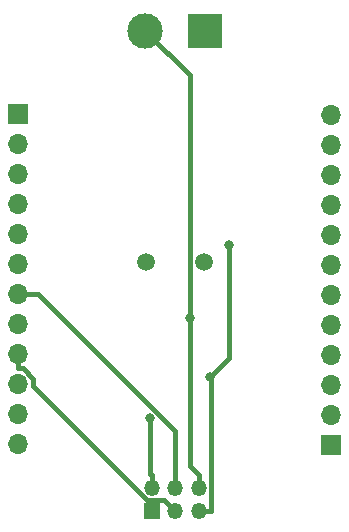
<source format=gbr>
%TF.GenerationSoftware,KiCad,Pcbnew,(5.1.6)-1*%
%TF.CreationDate,2020-10-29T20:05:36+01:00*%
%TF.ProjectId,atmega8breakeout,61746d65-6761-4386-9272-65616b656f75,rev?*%
%TF.SameCoordinates,Original*%
%TF.FileFunction,Copper,L2,Bot*%
%TF.FilePolarity,Positive*%
%FSLAX46Y46*%
G04 Gerber Fmt 4.6, Leading zero omitted, Abs format (unit mm)*
G04 Created by KiCad (PCBNEW (5.1.6)-1) date 2020-10-29 20:05:36*
%MOMM*%
%LPD*%
G01*
G04 APERTURE LIST*
%TA.AperFunction,ComponentPad*%
%ADD10R,3.000000X3.000000*%
%TD*%
%TA.AperFunction,ComponentPad*%
%ADD11C,3.000000*%
%TD*%
%TA.AperFunction,ComponentPad*%
%ADD12C,1.500000*%
%TD*%
%TA.AperFunction,ComponentPad*%
%ADD13R,1.700000X1.700000*%
%TD*%
%TA.AperFunction,ComponentPad*%
%ADD14O,1.700000X1.700000*%
%TD*%
%TA.AperFunction,ComponentPad*%
%ADD15R,1.350000X1.350000*%
%TD*%
%TA.AperFunction,ComponentPad*%
%ADD16O,1.350000X1.350000*%
%TD*%
%TA.AperFunction,ViaPad*%
%ADD17C,0.800000*%
%TD*%
%TA.AperFunction,Conductor*%
%ADD18C,0.400000*%
%TD*%
G04 APERTURE END LIST*
D10*
%TO.P,J1,1*%
%TO.N,/5+*%
X159145000Y-47230000D03*
D11*
%TO.P,J1,2*%
%TO.N,GND*%
X154065000Y-47230000D03*
%TD*%
D12*
%TO.P,Y1,1*%
%TO.N,Net-(C1-Pad1)*%
X159040000Y-66850000D03*
%TO.P,Y1,2*%
%TO.N,Net-(C2-Pad1)*%
X154160000Y-66850000D03*
%TD*%
D13*
%TO.P,J2,1*%
%TO.N,Net-(J2-Pad1)*%
X143330000Y-54260000D03*
D14*
%TO.P,J2,2*%
%TO.N,Net-(J2-Pad2)*%
X143330000Y-56800000D03*
%TO.P,J2,3*%
%TO.N,Net-(J2-Pad3)*%
X143330000Y-59340000D03*
%TO.P,J2,4*%
%TO.N,Net-(J2-Pad4)*%
X143330000Y-61880000D03*
%TO.P,J2,5*%
%TO.N,Net-(J2-Pad5)*%
X143330000Y-64420000D03*
%TO.P,J2,6*%
%TO.N,Net-(J2-Pad6)*%
X143330000Y-66960000D03*
%TO.P,J2,7*%
%TO.N,/Mosi*%
X143330000Y-69500000D03*
%TO.P,J2,8*%
%TO.N,/Miso*%
X143330000Y-72040000D03*
%TO.P,J2,9*%
%TO.N,/Sck*%
X143330000Y-74580000D03*
%TO.P,J2,10*%
%TO.N,Net-(J2-Pad10)*%
X143330000Y-77120000D03*
%TO.P,J2,11*%
%TO.N,/ADC6*%
X143330000Y-79660000D03*
%TO.P,J2,12*%
%TO.N,/AREF*%
X143330000Y-82200000D03*
%TD*%
%TO.P,J3,12*%
%TO.N,N/C*%
X169800000Y-54350000D03*
%TO.P,J3,11*%
%TO.N,/PD3*%
X169800000Y-56890000D03*
%TO.P,J3,10*%
%TO.N,/PD1*%
X169800000Y-59430000D03*
%TO.P,J3,9*%
%TO.N,/PD0*%
X169800000Y-61970000D03*
%TO.P,J3,8*%
%TO.N,Net-(J3-Pad8)*%
X169800000Y-64510000D03*
%TO.P,J3,7*%
%TO.N,Net-(J3-Pad7)*%
X169800000Y-67050000D03*
%TO.P,J3,6*%
%TO.N,Net-(J3-Pad6)*%
X169800000Y-69590000D03*
%TO.P,J3,5*%
%TO.N,Net-(J3-Pad5)*%
X169800000Y-72130000D03*
%TO.P,J3,4*%
%TO.N,Net-(J3-Pad4)*%
X169800000Y-74670000D03*
%TO.P,J3,3*%
%TO.N,Net-(J3-Pad3)*%
X169800000Y-77210000D03*
%TO.P,J3,2*%
%TO.N,/ADC7*%
X169800000Y-79750000D03*
D13*
%TO.P,J3,1*%
%TO.N,/AGND21*%
X169800000Y-82290000D03*
%TD*%
D15*
%TO.P,J4,1*%
%TO.N,/Miso*%
X154605000Y-87930000D03*
D16*
%TO.P,J4,2*%
%TO.N,/5+*%
X154605000Y-85930000D03*
%TO.P,J4,3*%
%TO.N,/Sck*%
X156605000Y-87930000D03*
%TO.P,J4,4*%
%TO.N,/Mosi*%
X156605000Y-85930000D03*
%TO.P,J4,5*%
%TO.N,/Reset*%
X158605000Y-87930000D03*
%TO.P,J4,6*%
%TO.N,GND*%
X158605000Y-85930000D03*
%TD*%
D17*
%TO.N,GND*%
X157845900Y-71530600D03*
%TO.N,/5+*%
X154484500Y-80000700D03*
%TO.N,/Reset*%
X161128000Y-65398200D03*
X159521900Y-76544600D03*
%TD*%
D18*
%TO.N,GND*%
X158605000Y-85930000D02*
X158605000Y-84855000D01*
X157845900Y-71530600D02*
X157845900Y-84095900D01*
X157845900Y-84095900D02*
X158605000Y-84855000D01*
X154065000Y-47230000D02*
X157845900Y-51010900D01*
X157845900Y-51010900D02*
X157845900Y-71530600D01*
%TO.N,/5+*%
X154605000Y-85930000D02*
X154605000Y-84855000D01*
X154605000Y-84855000D02*
X154484500Y-84734500D01*
X154484500Y-84734500D02*
X154484500Y-80000700D01*
%TO.N,/Mosi*%
X156605000Y-84855000D02*
X156604900Y-84855000D01*
X156604900Y-84855000D02*
X156604900Y-81130800D01*
X156604900Y-81130800D02*
X144974100Y-69500000D01*
X144974100Y-69500000D02*
X144580000Y-69500000D01*
X143330000Y-69500000D02*
X144580000Y-69500000D01*
X156605000Y-85930000D02*
X156605000Y-84855000D01*
%TO.N,/Sck*%
X143330000Y-74580000D02*
X143330000Y-75830000D01*
X143330000Y-75830000D02*
X143720700Y-75830000D01*
X143720700Y-75830000D02*
X144580000Y-76689300D01*
X144580000Y-76689300D02*
X144580000Y-77300400D01*
X144580000Y-77300400D02*
X154234200Y-86954600D01*
X154234200Y-86954600D02*
X155629600Y-86954600D01*
X155629600Y-86954600D02*
X156605000Y-87930000D01*
%TO.N,/Reset*%
X161128000Y-65398200D02*
X161128000Y-74938500D01*
X161128000Y-74938500D02*
X159521900Y-76544600D01*
X158605000Y-87930000D02*
X159680000Y-87930000D01*
X159680000Y-87930000D02*
X159680000Y-76702700D01*
X159680000Y-76702700D02*
X159521900Y-76544600D01*
%TD*%
M02*

</source>
